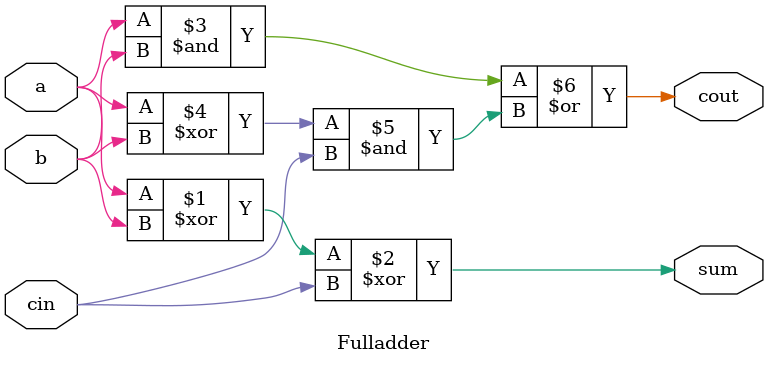
<source format=sv>
`timescale 1ns / 1ps


module Fulladder(
input a,
input b,cin,
output  sum,
output cout
);

assign sum=(a^b)^cin;
assign cout=(a&b)|(a^b)&cin;

endmodule
</source>
